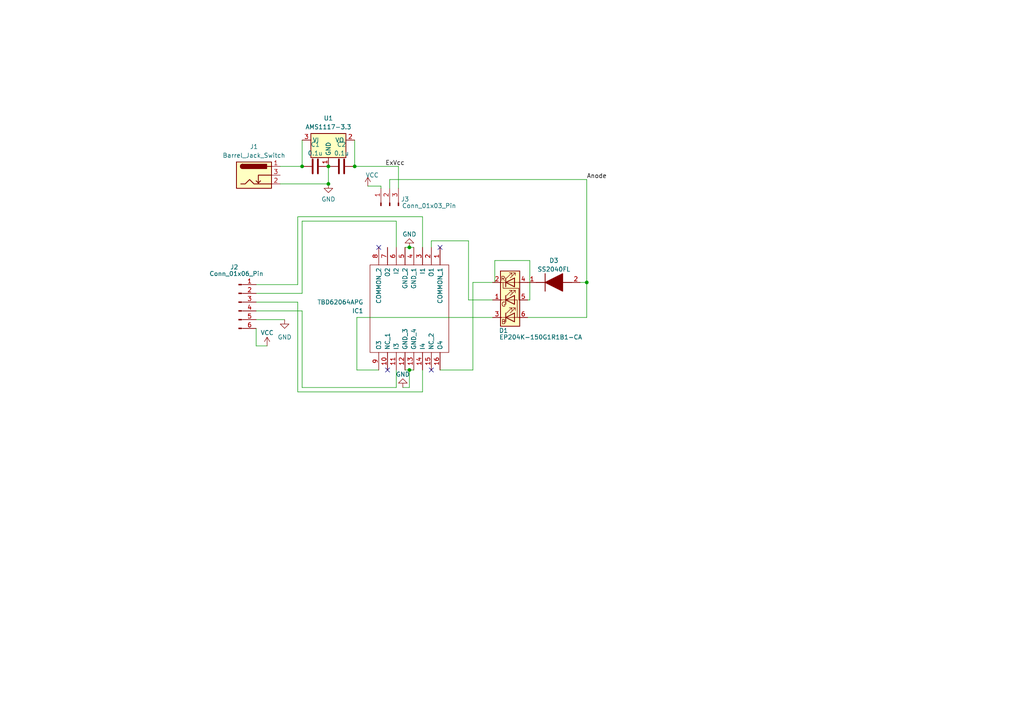
<source format=kicad_sch>
(kicad_sch (version 20230121) (generator eeschema)
  (paper "A4")
  (lib_symbols
    (symbol "Connector:Barrel_Jack_Switch" (pin_names hide)
      (property "Reference" "J" (at 0 5.334 0))
      (property "Value" "Barrel_Jack_Switch" (at 0 -5.08 0))
      (symbol "Barrel_Jack_Switch_0_1"
        (rectangle (start -5.08 3.81) (end 5.08 -3.81) (stroke (width 0.254)) (fill (type background)))
        (arc (start -3.302 3.175) (mid -3.9343 2.54) (end -3.302 1.905) (stroke (width 0.254)))
        (arc (start -3.302 3.175) (mid -3.9343 2.54) (end -3.302 1.905) (stroke (width 0.254)) (fill (type outline)))
        (polyline (pts (xy 1.27 -2.286) (xy 1.905 -1.651)) (stroke (width 0.254)))
        (polyline (pts (xy 5.08 2.54) (xy 3.81 2.54)) (stroke (width 0.254)))
        (polyline (pts (xy 5.08 0) (xy 1.27 0) (xy 1.27 -2.286) (xy 0.635 -1.651)) (stroke (width 0.254)))
        (polyline (pts (xy -3.81 -2.54) (xy -2.54 -2.54) (xy -1.27 -1.27) (xy 0 -2.54) (xy 2.54 -2.54) (xy 5.08 -2.54)) (stroke (width 0.254)))
        (rectangle (start 3.683 3.175) (end -3.302 1.905) (stroke (width 0.254)) (fill (type outline)))
      )
      (symbol "Barrel_Jack_Switch_1_1"
        (pin passive line (at 7.62 2.54 180) (length 2.54) (name "~") (number "1"))
        (pin passive line (at 7.62 -2.54 180) (length 2.54) (name "~") (number "2"))
        (pin passive line (at 7.62 0 180) (length 2.54) (name "~") (number "3"))
      )
    )
    (symbol "Connector:Conn_01x03_Pin" (pin_names (offset 1.016) hide)
      (property "Reference" "J" (at 0 5.08 0))
      (property "Value" "Conn_01x03_Pin" (at 0 -5.08 0))
      (symbol "Conn_01x03_Pin_1_1"
        (polyline (pts (xy 1.27 -2.54) (xy 0.8636 -2.54)) (stroke (width 0.1524)))
        (polyline (pts (xy 1.27 0) (xy 0.8636 0)) (stroke (width 0.1524)))
        (polyline (pts (xy 1.27 2.54) (xy 0.8636 2.54)) (stroke (width 0.1524)))
        (rectangle (start 0.8636 -2.413) (end 0 -2.667) (stroke (width 0.1524)) (fill (type outline)))
        (rectangle (start 0.8636 0.127) (end 0 -0.127) (stroke (width 0.1524)) (fill (type outline)))
        (rectangle (start 0.8636 2.667) (end 0 2.413) (stroke (width 0.1524)) (fill (type outline)))
        (pin passive line (at 5.08 2.54 180) (length 3.81) (name "Pin_1") (number "1"))
        (pin passive line (at 5.08 0 180) (length 3.81) (name "Pin_2") (number "2"))
        (pin passive line (at 5.08 -2.54 180) (length 3.81) (name "Pin_3") (number "3"))
      )
    )
    (symbol "Connector:Conn_01x06_Pin" (pin_names (offset 1.016) hide)
      (property "Reference" "J" (at 0 7.62 0))
      (property "Value" "Conn_01x06_Pin" (at 0 -10.16 0))
      (symbol "Conn_01x06_Pin_1_1"
        (polyline (pts (xy 1.27 -7.62) (xy 0.8636 -7.62)) (stroke (width 0.1524)))
        (polyline (pts (xy 1.27 -5.08) (xy 0.8636 -5.08)) (stroke (width 0.1524)))
        (polyline (pts (xy 1.27 -2.54) (xy 0.8636 -2.54)) (stroke (width 0.1524)))
        (polyline (pts (xy 1.27 0) (xy 0.8636 0)) (stroke (width 0.1524)))
        (polyline (pts (xy 1.27 2.54) (xy 0.8636 2.54)) (stroke (width 0.1524)))
        (polyline (pts (xy 1.27 5.08) (xy 0.8636 5.08)) (stroke (width 0.1524)))
        (rectangle (start 0.8636 -7.493) (end 0 -7.747) (stroke (width 0.1524)) (fill (type outline)))
        (rectangle (start 0.8636 -4.953) (end 0 -5.207) (stroke (width 0.1524)) (fill (type outline)))
        (rectangle (start 0.8636 -2.413) (end 0 -2.667) (stroke (width 0.1524)) (fill (type outline)))
        (rectangle (start 0.8636 0.127) (end 0 -0.127) (stroke (width 0.1524)) (fill (type outline)))
        (rectangle (start 0.8636 2.667) (end 0 2.413) (stroke (width 0.1524)) (fill (type outline)))
        (rectangle (start 0.8636 5.207) (end 0 4.953) (stroke (width 0.1524)) (fill (type outline)))
        (pin passive line (at 5.08 5.08 180) (length 3.81) (name "Pin_1") (number "1"))
        (pin passive line (at 5.08 2.54 180) (length 3.81) (name "Pin_2") (number "2"))
        (pin passive line (at 5.08 0 180) (length 3.81) (name "Pin_3") (number "3"))
        (pin passive line (at 5.08 -2.54 180) (length 3.81) (name "Pin_4") (number "4"))
        (pin passive line (at 5.08 -5.08 180) (length 3.81) (name "Pin_5") (number "5"))
        (pin passive line (at 5.08 -7.62 180) (length 3.81) (name "Pin_6") (number "6"))
      )
    )
    (symbol "Device:C" (pin_numbers hide) (pin_names (offset 0.254))
      (property "Reference" "C" (at 0.635 2.54 0))
      (property "Value" "C" (at 0.635 -2.54 0))
      (symbol "C_0_1"
        (polyline (pts (xy -2.032 -0.762) (xy 2.032 -0.762)) (stroke (width 0.508)))
        (polyline (pts (xy -2.032 0.762) (xy 2.032 0.762)) (stroke (width 0.508)))
      )
      (symbol "C_1_1"
        (pin passive line (at 0 3.81 270) (length 2.794) (name "~") (number "1"))
        (pin passive line (at 0 -3.81 90) (length 2.794) (name "~") (number "2"))
      )
    )
    (symbol "MyLibrary:EP204K-150G1R1B1-CA" (pin_names (offset 0) hide)
      (property "Reference" "D" (at 0 9.398 0))
      (property "Value" "EP204K-150G1R1B1-CA" (at 0 -8.89 0))
      (symbol "EP204K-150G1R1B1-CA_0_0"
        (text "B" (at -1.905 -6.35 0) (effects (font (size 1.27 1.27))))
        (text "G" (at -1.905 -1.27 0) (effects (font (size 1.27 1.27))))
        (text "R" (at -2.0591 6.1858 0) (effects (font (size 1.27 1.27))))
      )
      (symbol "EP204K-150G1R1B1-CA_0_1"
        (rectangle (start -2.794 8.382) (end 2.794 -7.62) (stroke (width 0.254)) (fill (type background)))
        (polyline (pts (xy -1.27 -5.08) (xy -2.54 -5.08)))
        (polyline (pts (xy -1.27 -5.08) (xy 1.27 -5.08)))
        (polyline (pts (xy -1.27 -3.81) (xy -1.27 -6.35)) (stroke (width 0.254)))
        (polyline (pts (xy -1.27 0) (xy -2.54 0)))
        (polyline (pts (xy -1.27 1.27) (xy -1.27 -1.27)) (stroke (width 0.254)))
        (polyline (pts (xy -1.27 5.08) (xy -2.54 5.08)))
        (polyline (pts (xy -1.27 5.08) (xy 1.27 5.08)))
        (polyline (pts (xy -1.27 6.35) (xy -1.27 3.81)) (stroke (width 0.254)))
        (polyline (pts (xy 1.27 -5.08) (xy 2.54 -5.08)))
        (polyline (pts (xy 1.27 0) (xy -1.27 0)))
        (polyline (pts (xy 1.27 0) (xy 2.0698 0)))
        (polyline (pts (xy 2.0591 0.0082) (xy 2.0591 -5.0718)))
        (polyline (pts (xy -1.27 1.27) (xy -1.27 -1.27) (xy -1.27 -1.27)))
        (polyline (pts (xy -1.27 6.35) (xy -1.27 3.81) (xy -1.27 3.81)))
        (polyline (pts (xy 2.54 5.08) (xy 1.27 5.08) (xy 1.27 3.81)))
        (polyline (pts (xy 1.27 -3.81) (xy 1.27 -6.35) (xy -1.27 -5.08) (xy 1.27 -3.81)) (stroke (width 0.254)))
        (polyline (pts (xy 1.27 1.27) (xy 1.27 -1.27) (xy -1.27 0) (xy 1.27 1.27)) (stroke (width 0.254)))
        (polyline (pts (xy 1.27 6.35) (xy 1.27 3.81) (xy -1.27 5.08) (xy 1.27 6.35)) (stroke (width 0.254)))
        (polyline (pts (xy 2.54 0) (xy 2.5317 3.3896) (xy -2.0359 3.3896) (xy -2.0431 5.0158)))
        (polyline (pts (xy -1.016 -3.81) (xy 0.508 -2.286) (xy -0.254 -2.286) (xy 0.508 -2.286) (xy 0.508 -3.048)))
        (polyline (pts (xy -1.016 1.27) (xy 0.508 2.794) (xy -0.254 2.794) (xy 0.508 2.794) (xy 0.508 2.032)))
        (polyline (pts (xy -1.016 6.35) (xy 0.508 7.874) (xy -0.254 7.874) (xy 0.508 7.874) (xy 0.508 7.112)))
        (polyline (pts (xy 0 -3.81) (xy 1.524 -2.286) (xy 0.762 -2.286) (xy 1.524 -2.286) (xy 1.524 -3.048)))
        (polyline (pts (xy 0 1.27) (xy 1.524 2.794) (xy 0.762 2.794) (xy 1.524 2.794) (xy 1.524 2.032)))
        (polyline (pts (xy 0 6.35) (xy 1.524 7.874) (xy 0.762 7.874) (xy 1.524 7.874) (xy 1.524 7.112)))
        (rectangle (start 1.27 -1.27) (end 1.27 1.27))
        (rectangle (start 1.27 1.27) (end 1.27 1.27))
        (rectangle (start 1.27 3.81) (end 1.27 6.35))
        (rectangle (start 1.27 6.35) (end 1.27 6.35))
      )
      (symbol "EP204K-150G1R1B1-CA_1_1"
        (pin passive line (at -5.08 0 0) (length 2.54) (name "GK") (number "1"))
        (pin passive line (at -5.08 5.08 0) (length 2.54) (name "RK") (number "2"))
        (pin passive line (at -5.08 -5.08 0) (length 2.54) (name "BK") (number "3"))
        (pin passive line (at 5.08 5.08 180) (length 2.54) (name "RA") (number "4"))
        (pin passive line (at 5.08 0 180) (length 2.54) (name "RK") (number "5"))
        (pin passive line (at 5.08 -5.08 180) (length 2.54) (name "A") (number "6"))
      )
    )
    (symbol "Regulator_Linear:AMS1117-3.3"
      (property "Reference" "U" (at -3.81 3.175 0))
      (property "Value" "AMS1117-3.3" (at 0 3.175 0))
      (symbol "AMS1117-3.3_0_1"
        (rectangle (start -5.08 -5.08) (end 5.08 1.905) (stroke (width 0.254)) (fill (type background)))
      )
      (symbol "AMS1117-3.3_1_1"
        (pin power_in line (at 0 -7.62 90) (length 2.54) (name "GND") (number "1"))
        (pin power_out line (at 7.62 0 180) (length 2.54) (name "VO") (number "2"))
        (pin power_in line (at -7.62 0 0) (length 2.54) (name "VI") (number "3"))
      )
    )
    (symbol "SamacSys_Parts:SS2040FL" (pin_names hide)
      (property "Reference" "D" (at 11.43 5.08 0))
      (property "Value" "SS2040FL" (at 11.43 2.54 0))
      (symbol "SS2040FL_1_1"
        (polyline (pts (xy 2.54 0) (xy 5.08 0)) (stroke (width 0.254)))
        (polyline (pts (xy 5.08 2.54) (xy 5.08 -2.54)) (stroke (width 0.254)))
        (polyline (pts (xy 10.16 0) (xy 12.7 0)) (stroke (width 0.254)))
        (polyline (pts (xy 5.08 0) (xy 10.16 2.54) (xy 10.16 -2.54) (xy 5.08 0)) (stroke (width 0.254)) (fill (type outline)))
        (pin passive line (at 0 0 0) (length 2.54) (name "K") (number "1"))
        (pin passive line (at 15.24 0 180) (length 2.54) (name "A") (number "2"))
      )
    )
    (symbol "SamacSys_Parts:TBD62064APG" (pin_names (offset 0.762))
      (property "Reference" "IC" (at 31.75 7.62 0))
      (property "Value" "TBD62064APG" (at 31.75 5.08 0))
      (symbol "TBD62064APG_0_0"
        (pin passive line (at 0 0 0) (length 5.08) (name "COMMON_1") (number "1"))
        (pin passive line (at 35.56 -15.24 180) (length 5.08) (name "NC_1") (number "10"))
        (pin passive line (at 35.56 -12.7 180) (length 5.08) (name "I3") (number "11"))
        (pin passive line (at 35.56 -10.16 180) (length 5.08) (name "GND_3") (number "12"))
        (pin passive line (at 35.56 -7.62 180) (length 5.08) (name "GND_4") (number "13"))
        (pin passive line (at 35.56 -5.08 180) (length 5.08) (name "I4") (number "14"))
        (pin passive line (at 35.56 -2.54 180) (length 5.08) (name "NC_2") (number "15"))
        (pin passive line (at 35.56 0 180) (length 5.08) (name "O4") (number "16"))
        (pin passive line (at 0 -2.54 0) (length 5.08) (name "O1") (number "2"))
        (pin passive line (at 0 -5.08 0) (length 5.08) (name "I1") (number "3"))
        (pin passive line (at 0 -7.62 0) (length 5.08) (name "GND_1") (number "4"))
        (pin passive line (at 0 -10.16 0) (length 5.08) (name "GND_2") (number "5"))
        (pin passive line (at 0 -12.7 0) (length 5.08) (name "I2") (number "6"))
        (pin passive line (at 0 -15.24 0) (length 5.08) (name "O2") (number "7"))
        (pin passive line (at 0 -17.78 0) (length 5.08) (name "COMMON_2") (number "8"))
        (pin passive line (at 35.56 -17.78 180) (length 5.08) (name "O3") (number "9"))
      )
      (symbol "TBD62064APG_0_1"
        (polyline (pts (xy 5.08 2.54) (xy 30.48 2.54) (xy 30.48 -20.32) (xy 5.08 -20.32) (xy 5.08 2.54)) (stroke (width 0.1524)))
      )
    )
    (symbol "power:GND" (power) (pin_names (offset 0))
      (property "Value" "GND" (at 0 -3.81 0))
      (symbol "GND_0_1"
        (polyline (pts (xy 0 0) (xy 0 -1.27) (xy 1.27 -1.27) (xy 0 -2.54) (xy -1.27 -1.27) (xy 0 -1.27)))
      )
      (symbol "GND_1_1"
        (pin power_in line (at 0 0 270) (length 0) hide (name "GND") (number "1"))
      )
    )
    (symbol "power:VCC" (power) (pin_names (offset 0))
      (property "Value" "VCC" (at 0 3.81 0))
      (symbol "VCC_0_1"
        (polyline (pts (xy -0.762 1.27) (xy 0 2.54)))
        (polyline (pts (xy 0 0) (xy 0 2.54)))
        (polyline (pts (xy 0 2.54) (xy 0.762 1.27)))
      )
      (symbol "VCC_1_1"
        (pin power_in line (at 0 0 90) (length 0) hide (name "VCC") (number "1"))
      )
    )
  )
  (junction (at 102.87 48.26))
  (junction (at 87.63 48.26))
  (junction (at 95.25 53.34))
  (junction (at 95.25 48.26))
  (junction (at 118.745 107.315))
  (junction (at 118.745 71.755))
  (junction (at 170.18 81.915))
  (no_connect (at 125.095 107.315))
  (no_connect (at 112.395 107.315))
  (no_connect (at 127.635 71.755))
  (no_connect (at 109.855 71.755))
  (wire (pts (xy 137.16 81.915) (xy 137.16 107.315)))
  (wire (pts (xy 87.63 64.135) (xy 114.935 64.135)))
  (wire (pts (xy 114.935 64.135) (xy 114.935 71.755)))
  (wire (pts (xy 87.63 112.395) (xy 87.63 90.17)))
  (wire (pts (xy 103.505 92.075) (xy 142.875 92.075)))
  (wire (pts (xy 118.745 107.315) (xy 120.015 107.315)))
  (wire (pts (xy 87.63 85.09) (xy 87.63 64.135)))
  (wire (pts (xy 87.63 90.17) (xy 74.295 90.17)))
  (wire (pts (xy 74.295 100.33) (xy 77.47 100.33)))
  (wire (pts (xy 122.555 62.865) (xy 122.555 71.755)))
  (wire (pts (xy 86.36 87.63) (xy 74.295 87.63)))
  (wire (pts (xy 115.57 48.26) (xy 115.57 54.61)))
  (wire (pts (xy 110.49 53.975) (xy 110.49 54.61)))
  (wire (pts (xy 118.745 112.395) (xy 118.745 107.315)))
  (wire (pts (xy 74.295 92.71) (xy 82.55 92.71)))
  (wire (pts (xy 74.295 95.25) (xy 74.295 100.33)))
  (wire (pts (xy 113.03 52.07) (xy 170.18 52.07)))
  (wire (pts (xy 113.03 54.61) (xy 113.03 52.07)))
  (wire (pts (xy 114.935 112.395) (xy 114.935 107.315)))
  (wire (pts (xy 137.16 81.915) (xy 142.875 81.915)))
  (wire (pts (xy 170.18 92.075) (xy 153.035 92.075)))
  (wire (pts (xy 122.555 113.665) (xy 122.555 107.315)))
  (wire (pts (xy 74.295 85.09) (xy 87.63 85.09)))
  (wire (pts (xy 86.36 62.865) (xy 122.555 62.865)))
  (wire (pts (xy 143.51 81.915) (xy 143.51 75.565)))
  (wire (pts (xy 153.67 86.995) (xy 153.035 86.995)))
  (wire (pts (xy 86.36 87.63) (xy 86.36 113.665)))
  (wire (pts (xy 87.63 48.26) (xy 87.63 40.64)))
  (wire (pts (xy 118.745 71.755) (xy 117.475 71.755)))
  (wire (pts (xy 170.18 52.07) (xy 170.18 81.915)))
  (wire (pts (xy 120.015 71.755) (xy 118.745 71.755)))
  (wire (pts (xy 135.89 69.85) (xy 135.89 86.995)))
  (wire (pts (xy 135.89 86.995) (xy 142.875 86.995)))
  (wire (pts (xy 116.84 112.395) (xy 118.745 112.395)))
  (wire (pts (xy 102.87 48.26) (xy 102.87 40.64)))
  (wire (pts (xy 168.275 81.915) (xy 170.18 81.915)))
  (wire (pts (xy 74.295 82.55) (xy 86.36 82.55)))
  (wire (pts (xy 125.095 71.755) (xy 125.095 69.85)))
  (wire (pts (xy 86.36 113.665) (xy 122.555 113.665)))
  (wire (pts (xy 137.16 107.315) (xy 127.635 107.315)))
  (wire (pts (xy 103.505 107.315) (xy 103.505 92.075)))
  (wire (pts (xy 170.18 81.915) (xy 170.18 92.075)))
  (wire (pts (xy 95.25 53.34) (xy 95.25 48.26)))
  (wire (pts (xy 115.57 48.26) (xy 102.87 48.26)))
  (wire (pts (xy 106.68 53.975) (xy 110.49 53.975)))
  (wire (pts (xy 86.36 82.55) (xy 86.36 62.865)))
  (wire (pts (xy 118.745 107.315) (xy 117.475 107.315)))
  (wire (pts (xy 81.28 48.26) (xy 87.63 48.26)))
  (wire (pts (xy 143.51 75.565) (xy 153.67 75.565)))
  (wire (pts (xy 153.67 75.565) (xy 153.67 86.995)))
  (wire (pts (xy 125.095 69.85) (xy 135.89 69.85)))
  (wire (pts (xy 81.28 53.34) (xy 95.25 53.34)))
  (wire (pts (xy 87.63 112.395) (xy 114.935 112.395)))
  (wire (pts (xy 109.855 107.315) (xy 103.505 107.315)))
  (label "Anode" (at 170.18 52.07 0))
  (label "ExVcc" (at 111.76 48.26 0))
  (symbol (lib_id "Connector:Conn_01x03_Pin") (at 113.03 59.69 90) (unit 1)
    (property "Reference" "J3" (at 117.475 57.785 90))
    (property "Value" "Conn_01x03_Pin" (at 124.46 59.69 90))
    (property "Footprint" "Connector_PinHeader_2.54mm:PinHeader_1x03_P2.54mm_Vertical" (effects hide))
  )
  (symbol (lib_id "Connector:Conn_01x06_Pin") (at 69.215 87.63 0) (unit 1)
    (property "Reference" "J2" (at 67.945 77.47 0))
    (property "Value" "Conn_01x06_Pin" (at 68.58 79.375 0))
    (property "Footprint" "Library:Pmod6" (effects hide))
  )
  (symbol (lib_id "MyLibrary:EP204K-150G1R1B1-CA") (at 147.955 86.995 0) (unit 1)
    (property "Reference" "D1" (at 146.05 95.885 0))
    (property "Value" "EP204K-150G1R1B1-CA" (at 156.845 97.79 0))
    (property "Footprint" "MyLibrary:EP204-150G1R1B1-CA" (effects hide))
  )
  (symbol (lib_id "power:VCC") (at 106.68 53.975 0) (unit 1)
    (property "Reference" "#PWR06" (effects hide))
    (property "Value" "VCC" (at 107.95 50.8 0))
  )
  (symbol (lib_id "Regulator_Linear:AMS1117-3.3") (at 95.25 40.64 0) (unit 1)
    (property "Reference" "U1" (at 95.25 34.29 0))
    (property "Value" "AMS1117-3.3" (at 95.25 36.83 0))
    (property "Footprint" "Package_TO_SOT_SMD:SOT-223-3_TabPin2" (effects hide))
    (property "Datasheet" "http://www.advanced-monolithic.com/pdf/ds1117.pdf" (effects hide))
  )
  (symbol (lib_id "power:VCC") (at 77.47 100.33 0) (unit 1)
    (property "Reference" "#PWR04" (effects hide))
    (property "Value" "VCC" (at 77.47 96.52 0))
  )
  (symbol (lib_id "power:GND") (at 118.745 71.755 180) (unit 1)
    (property "Reference" "#PWR02" (effects hide))
    (property "Value" "GND" (at 118.745 67.945 0))
  )
  (symbol (lib_id "SamacSys_Parts:TBD62064APG") (at 127.635 71.755 270) (unit 1)
    (property "Reference" "IC1" (at 105.41 90.17 90) (effects (justify right)))
    (property "Value" "TBD62064APG" (at 105.41 87.63 90) (effects (justify right)))
    (property "Footprint" "SamacSys_Parts:DIP762W60P254L1975H445Q16N" (effects hide))
    (property "Datasheet" "https://toshiba.semicon-storage.com/info/docget.jsp?did=30810&prodName=TBD62064APG" (effects hide))
    (property "Description" "Gate Drivers DMOS Transistor Array 4-CH 50V/1.5A" (effects hide))
    (property "Height" "4.45" (effects hide))
    (property "Manufacturer_Name" "Toshiba" (effects hide))
    (property "Manufacturer_Part_Number" "TBD62064APG" (effects hide))
  )
  (symbol (lib_id "power:GND") (at 82.55 92.71 0) (unit 1)
    (property "Reference" "#PWR03" (effects hide))
    (property "Value" "GND" (at 82.55 97.79 0))
  )
  (symbol (lib_id "Device:C") (at 91.44 48.26 90) (unit 1)
    (property "Reference" "C1" (at 91.44 41.91 90))
    (property "Value" "0.1u" (at 91.44 44.45 90))
    (property "Footprint" "Capacitor_SMD:C_0603_1608Metric_Pad1.08x0.95mm_HandSolder" (effects hide))
  )
  (symbol (lib_id "SamacSys_Parts:SS2040FL") (at 153.035 81.915 0) (unit 1)
    (property "Reference" "D3" (at 160.655 75.565 0))
    (property "Value" "SS2040FL" (at 160.655 78.105 0))
    (property "Footprint" "SamacSys_Parts:SODFL3618X108N" (effects hide))
    (property "Datasheet" "https://datasheet.datasheetarchive.com/originals/distributors/Datasheets-1/DSA-14790.pdf" (effects hide))
    (property "Height" "1.08" (effects hide))
    (property "Manufacturer_Name" "PANJIT" (effects hide))
    (property "Manufacturer_Part_Number" "SS2040FL" (effects hide))
  )
  (symbol (lib_id "Connector:Barrel_Jack_Switch") (at 73.66 50.8 0) (unit 1)
    (property "Reference" "J1" (at 73.66 42.545 0))
    (property "Value" "Barrel_Jack_Switch" (at 73.66 45.085 0))
    (property "Footprint" "Connector_BarrelJack:BarrelJack_Horizontal" (effects hide))
  )
  (symbol (lib_id "power:GND") (at 95.25 53.34 0) (unit 1)
    (property "Reference" "#PWR05" (effects hide))
    (property "Value" "GND" (at 95.25 57.785 0))
  )
  (symbol (lib_id "Device:C") (at 99.06 48.26 90) (unit 1)
    (property "Reference" "C2" (at 99.06 41.91 90))
    (property "Value" "0.1u" (at 99.06 44.45 90))
    (property "Footprint" "Capacitor_SMD:C_0603_1608Metric_Pad1.08x0.95mm_HandSolder" (effects hide))
  )
  (symbol (lib_id "power:GND") (at 116.84 112.395 180) (unit 1)
    (property "Reference" "#PWR01" (effects hide))
    (property "Value" "GND" (at 116.84 108.585 0))
  )
)
</source>
